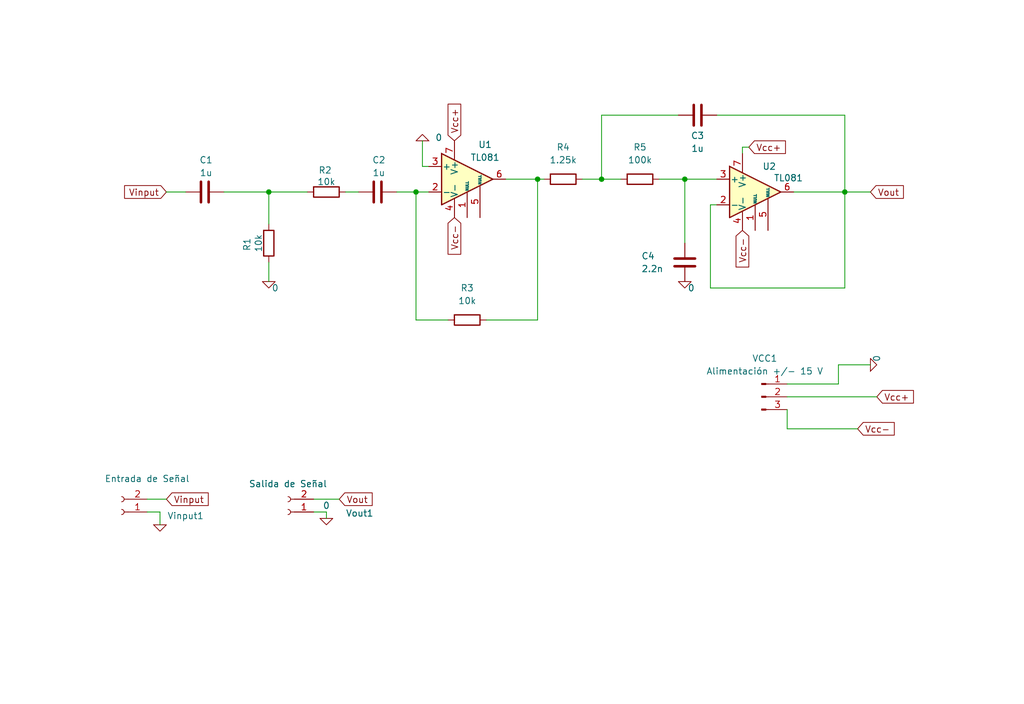
<source format=kicad_sch>
(kicad_sch (version 20231120) (generator "eeschema") (generator_version "8.0")
  (paper "User" 203.2 139.7)
  (title_block (title "Filtro Pasa Bandas") (date "24/02/2025") (company "FIUBA - Analisis de Circuitos ") (comment 1 "Lazo Sebastian Nahuel 106213"))
  (lib_symbols
    (symbol "Amplifier_Operational:TL081" (pin_names (offset 0.127))
      (property "Reference" "U" (at 0 6.35 0))
      (property "Value" "TL081" (at 0 3.81 0))
      (symbol "TL081_0_1"
        (polyline (pts (xy -5.08 5.08) (xy 5.08 0) (xy -5.08 -5.08) (xy -5.08 5.08)) (stroke (width 0.254)) (fill (type background)))
      )
      (symbol "TL081_1_1"
        (pin input line (at 0 -7.62 90) (length 5.08) (name "NULL") (number "1"))
        (pin input line (at -7.62 -2.54 0) (length 2.54) (name "-") (number "2"))
        (pin input line (at -7.62 2.54 0) (length 2.54) (name "+") (number "3"))
        (pin power_in line (at -2.54 -7.62 90) (length 3.81) (name "V-") (number "4"))
        (pin input line (at 2.54 -7.62 90) (length 6.35) (name "NULL") (number "5"))
        (pin output line (at 7.62 0 180) (length 2.54) (name "~") (number "6"))
        (pin power_in line (at -2.54 7.62 270) (length 3.81) (name "V+") (number "7"))
        (pin no_connect line (at 0 2.54 270) (length 2.54) hide (name "NC") (number "8"))
      )
    )
    (symbol "Connector:Conn_01x02_Female" (pin_names (offset 1.016) hide)
      (property "Reference" "J" (at 0 2.54 0))
      (property "Value" "Conn_01x02_Female" (at 0 -5.08 0))
      (symbol "Conn_01x02_Female_1_1"
        (arc (start 0 -2.032) (mid -0.5058 -2.54) (end 0 -3.048) (stroke (width 0.1524)))
        (polyline (pts (xy -1.27 -2.54) (xy -0.508 -2.54)) (stroke (width 0.1524)))
        (polyline (pts (xy -1.27 0) (xy -0.508 0)) (stroke (width 0.1524)))
        (arc (start 0 0.508) (mid -0.5058 0) (end 0 -0.508) (stroke (width 0.1524)))
        (pin passive line (at -5.08 0 0) (length 3.81) (name "Pin_1") (number "1"))
        (pin passive line (at -5.08 -2.54 0) (length 3.81) (name "Pin_2") (number "2"))
      )
    )
    (symbol "Connector:Conn_01x03_Pin" (pin_names (offset 1.016) hide)
      (property "Reference" "J" (at 0 5.08 0))
      (property "Value" "Conn_01x03_Pin" (at 0 -5.08 0))
      (symbol "Conn_01x03_Pin_1_1"
        (polyline (pts (xy 1.27 -2.54) (xy 0.8636 -2.54)) (stroke (width 0.1524)))
        (polyline (pts (xy 1.27 0) (xy 0.8636 0)) (stroke (width 0.1524)))
        (polyline (pts (xy 1.27 2.54) (xy 0.8636 2.54)) (stroke (width 0.1524)))
        (rectangle (start 0.8636 -2.413) (end 0 -2.667) (stroke (width 0.1524)) (fill (type outline)))
        (rectangle (start 0.8636 0.127) (end 0 -0.127) (stroke (width 0.1524)) (fill (type outline)))
        (rectangle (start 0.8636 2.667) (end 0 2.413) (stroke (width 0.1524)) (fill (type outline)))
        (pin passive line (at 5.08 2.54 180) (length 3.81) (name "Pin_1") (number "1"))
        (pin passive line (at 5.08 0 180) (length 3.81) (name "Pin_2") (number "2"))
        (pin passive line (at 5.08 -2.54 180) (length 3.81) (name "Pin_3") (number "3"))
      )
    )
    (symbol "Device:C" (pin_numbers hide) (pin_names (offset 0.254))
      (property "Reference" "C" (at 0.635 2.54 0))
      (property "Value" "C" (at 0.635 -2.54 0))
      (symbol "C_0_1"
        (polyline (pts (xy -2.032 -0.762) (xy 2.032 -0.762)) (stroke (width 0.508)))
        (polyline (pts (xy -2.032 0.762) (xy 2.032 0.762)) (stroke (width 0.508)))
      )
      (symbol "C_1_1"
        (pin passive line (at 0 3.81 270) (length 2.794) (name "~") (number "1"))
        (pin passive line (at 0 -3.81 90) (length 2.794) (name "~") (number "2"))
      )
    )
    (symbol "Device:R" (pin_numbers hide) (pin_names (offset 0))
      (property "Reference" "R" (at 2.032 0 90))
      (property "Value" "R" (at 0 0 90))
      (symbol "R_0_1"
        (rectangle (start -1.016 -2.54) (end 1.016 2.54) (stroke (width 0.254)))
      )
      (symbol "R_1_1"
        (pin passive line (at 0 3.81 270) (length 1.27) (name "~") (number "1"))
        (pin passive line (at 0 -3.81 90) (length 1.27) (name "~") (number "2"))
      )
    )
    (symbol "pspice:0" (power) (pin_names (offset 0))
      (property "Value" "0" (at 0 -1.778 0))
      (symbol "0_0_1"
        (polyline (pts (xy -1.27 0) (xy 0 -1.27) (xy 1.27 0) (xy -1.27 0)))
      )
      (symbol "0_1_1"
        (pin power_in line (at 0 0 0) (length 0) hide (name "0") (number "1"))
      )
    )
  )
  (junction (at 135.89 35.56))
  (junction (at 119.38 35.56))
  (junction (at 167.64 38.1))
  (junction (at 106.68 35.56))
  (junction (at 53.34 38.1))
  (junction (at 82.55 38.1))
  (wire (pts (xy 167.64 38.1) (xy 167.64 57.15)))
  (wire (pts (xy 167.64 38.1) (xy 172.72 38.1)))
  (wire (pts (xy 33.02 99.06) (xy 29.21 99.06)))
  (wire (pts (xy 53.34 38.1) (xy 60.96 38.1)))
  (wire (pts (xy 166.37 72.39) (xy 166.37 76.2)))
  (wire (pts (xy 134.62 22.86) (xy 119.38 22.86)))
  (wire (pts (xy 44.45 38.1) (xy 53.34 38.1)))
  (wire (pts (xy 166.37 76.2) (xy 156.21 76.2)))
  (wire (pts (xy 107.95 35.56) (xy 106.68 35.56)))
  (wire (pts (xy 119.38 22.86) (xy 119.38 35.56)))
  (wire (pts (xy 157.48 38.1) (xy 167.64 38.1)))
  (wire (pts (xy 106.68 63.5) (xy 106.68 35.56)))
  (wire (pts (xy 130.81 35.56) (xy 135.89 35.56)))
  (wire (pts (xy 115.57 35.56) (xy 119.38 35.56)))
  (wire (pts (xy 64.77 101.6) (xy 64.77 102.87)))
  (wire (pts (xy 147.32 29.21) (xy 148.59 29.21)))
  (wire (pts (xy 68.58 38.1) (xy 71.12 38.1)))
  (wire (pts (xy 156.21 78.74) (xy 173.99 78.74)))
  (wire (pts (xy 62.23 101.6) (xy 64.77 101.6)))
  (wire (pts (xy 83.82 33.02) (xy 85.09 33.02)))
  (wire (pts (xy 140.97 40.64) (xy 142.24 40.64)))
  (wire (pts (xy 147.32 29.21) (xy 147.32 30.48)))
  (wire (pts (xy 67.31 99.06) (xy 62.23 99.06)))
  (wire (pts (xy 166.37 72.39) (xy 172.72 72.39)))
  (wire (pts (xy 83.82 27.94) (xy 83.82 33.02)))
  (wire (pts (xy 140.97 57.15) (xy 167.64 57.15)))
  (wire (pts (xy 167.64 22.86) (xy 167.64 38.1)))
  (wire (pts (xy 156.21 85.09) (xy 156.21 81.28)))
  (wire (pts (xy 96.52 63.5) (xy 106.68 63.5)))
  (wire (pts (xy 135.89 35.56) (xy 142.24 35.56)))
  (wire (pts (xy 82.55 63.5) (xy 88.9 63.5)))
  (wire (pts (xy 33.02 38.1) (xy 36.83 38.1)))
  (wire (pts (xy 82.55 38.1) (xy 82.55 63.5)))
  (wire (pts (xy 82.55 38.1) (xy 85.09 38.1)))
  (wire (pts (xy 135.89 48.26) (xy 135.89 35.56)))
  (wire (pts (xy 142.24 22.86) (xy 167.64 22.86)))
  (wire (pts (xy 78.74 38.1) (xy 82.55 38.1)))
  (wire (pts (xy 100.33 35.56) (xy 106.68 35.56)))
  (wire (pts (xy 29.21 101.6) (xy 31.75 101.6)))
  (wire (pts (xy 31.75 101.6) (xy 31.75 104.14)))
  (wire (pts (xy 53.34 55.88) (xy 53.34 52.07)))
  (wire (pts (xy 53.34 38.1) (xy 53.34 44.45)))
  (wire (pts (xy 119.38 35.56) (xy 123.19 35.56)))
  (wire (pts (xy 156.21 85.09) (xy 170.18 85.09)))
  (wire (pts (xy 140.97 40.64) (xy 140.97 57.15)))
  (global_label "Vcc+" (shape input) (at 148.59 29.21 0) (property "Intersheetrefs" "${INTERSHEET_REFS}" (effects (hide yes))) (property "Referencias entre hojas" "${INTERSHEET_REFS}" (effects (hide yes))))
  (global_label "Vout" (shape input) (at 172.72 38.1 0) (property "Intersheetrefs" "${INTERSHEET_REFS}" (effects (hide yes))) (property "Referencias entre hojas" "${INTERSHEET_REFS}" (effects (hide yes))))
  (global_label "Vcc+" (shape input) (at 173.99 78.74 0) (property "Intersheetrefs" "${INTERSHEET_REFS}" (effects (hide yes))) (property "Referencias entre hojas" "${INTERSHEET_REFS}" (effects (hide yes))))
  (global_label "Vcc-" (shape input) (at 170.18 85.09 0) (property "Intersheetrefs" "${INTERSHEET_REFS}" (effects (hide yes))) (property "Referencias entre hojas" "${INTERSHEET_REFS}" (effects (hide yes))))
  (global_label "Vcc-" (shape input) (at 90.17 43.18 270) (property "Intersheetrefs" "${INTERSHEET_REFS}" (effects (hide yes))) (property "Referencias entre hojas" "${INTERSHEET_REFS}" (effects (hide yes))))
  (global_label "Vcc-" (shape input) (at 147.32 45.72 270) (property "Intersheetrefs" "${INTERSHEET_REFS}" (effects (hide yes))) (property "Referencias entre hojas" "${INTERSHEET_REFS}" (effects (hide yes))))
  (global_label "Vout" (shape input) (at 67.31 99.06 0) (property "Intersheetrefs" "${INTERSHEET_REFS}" (effects (hide yes))) (property "Referencias entre hojas" "${INTERSHEET_REFS}" (effects (hide yes))))
  (global_label "Vcc+" (shape input) (at 90.17 27.94 90) (property "Intersheetrefs" "${INTERSHEET_REFS}" (effects (hide yes))) (property "Referencias entre hojas" "${INTERSHEET_REFS}" (effects (hide yes))))
  (global_label "Vinput" (shape input) (at 33.02 38.1 180) (property "Intersheetrefs" "${INTERSHEET_REFS}" (effects (hide yes))) (property "Referencias entre hojas" "${INTERSHEET_REFS}" (effects (hide yes))))
  (global_label "Vinput" (shape input) (at 33.02 99.06 0) (property "Intersheetrefs" "${INTERSHEET_REFS}" (effects (hide yes))) (property "Referencias entre hojas" "${INTERSHEET_REFS}" (effects (hide yes))))
  (symbol (lib_id "Amplifier_Operational:TL081") (at 92.71 35.56 0) (unit 1)
    (property "Reference" "U1" (at 96.266 28.702 0))
    (property "Value" "TL081" (at 96.266 31.242 0))
    (property "Footprint" "Package_DIP:DIP-8_W7.62mm_Socket_LongPads" (effects (hide yes)))
    (property "Datasheet" "http://www.ti.com/lit/ds/symlink/tl081.pdf" (effects (hide yes)))
  )
  (symbol (lib_id "Device:C") (at 135.89 52.07 0) (unit 1)
    (property "Reference" "C4" (at 127.254 50.8 0) (effects (justify left)))
    (property "Value" "2.2n" (at 127.254 53.34 0) (effects (justify left)))
    (property "Footprint" "Propia:C320C" (effects (hide yes)))
  )
  (symbol (lib_id "Device:R") (at 64.77 38.1 90) (unit 1)
    (property "Reference" "R2" (at 64.516 33.782 90))
    (property "Value" "10k" (at 64.77 36.068 90))
    (property "Footprint" "Resistor_THT:R_Axial_DIN0207_L6.3mm_D2.5mm_P10.16mm_Horizontal" (effects (hide yes)))
  )
  (symbol (lib_id "Device:R") (at 92.71 63.5 90) (unit 1)
    (property "Reference" "R3" (at 92.71 57.15 90))
    (property "Value" "10k" (at 92.71 59.69 90))
    (property "Footprint" "Resistor_THT:R_Axial_DIN0207_L6.3mm_D2.5mm_P10.16mm_Horizontal" (effects (hide yes)))
  )
  (symbol (lib_id "Connector:Conn_01x02_Female") (at 24.13 101.6 180) (unit 1)
    (property "Reference" "Vinput1" (at 36.83 102.362 0))
    (property "Value" "Entrada de Señal" (at 29.21 94.996 0))
    (property "Footprint" "Connector_PinHeader_2.54mm:PinHeader_1x02_P2.54mm_Vertical" (effects (hide yes)))
  )
  (symbol (lib_id "Device:C") (at 74.93 38.1 270) (unit 1)
    (property "Reference" "C2" (at 75.184 31.75 90))
    (property "Value" "1u" (at 75.184 34.29 90))
    (property "Footprint" "Propia:C320C" (effects (hide yes)))
  )
  (symbol (lib_id "pspice:0") (at 31.75 104.14 0) (unit 1)
    (property "Reference" "#GND04" (effects (hide yes)))
    (property "Value" "0" (effects (hide yes)))
  )
  (symbol (lib_id "Device:R") (at 53.34 48.26 180) (unit 1)
    (property "Reference" "R1" (at 49.022 48.514 90))
    (property "Value" "10k" (at 51.308 48.26 90))
    (property "Footprint" "Resistor_THT:R_Axial_DIN0207_L6.3mm_D2.5mm_P10.16mm_Horizontal" (effects (hide yes)))
  )
  (symbol (lib_id "Device:C") (at 138.43 22.86 90) (unit 1)
    (property "Reference" "C3" (at 138.43 26.924 90))
    (property "Value" "1u" (at 138.43 29.464 90))
    (property "Footprint" "Propia:C320C" (effects (hide yes)))
  )
  (symbol (lib_id "pspice:0") (at 53.34 55.88 0) (unit 1)
    (property "Reference" "#GND05" (effects (hide yes)))
    (property "Value" "0" (at 54.61 57.15 0))
  )
  (symbol (lib_id "Device:R") (at 127 35.56 90) (unit 1)
    (property "Reference" "R5" (at 127 29.21 90))
    (property "Value" "100k" (at 127 31.75 90))
    (property "Footprint" "Resistor_THT:R_Axial_DIN0207_L6.3mm_D2.5mm_P10.16mm_Horizontal" (effects (hide yes)))
  )
  (symbol (lib_id "Device:R") (at 111.76 35.56 90) (unit 1)
    (property "Reference" "R4" (at 111.76 29.21 90))
    (property "Value" "1.25k" (at 111.76 31.75 90))
    (property "Footprint" "Resistor_THT:R_Axial_DIN0207_L6.3mm_D2.5mm_P10.16mm_Horizontal" (effects (hide yes)))
  )
  (symbol (lib_id "Connector:Conn_01x02_Female") (at 57.15 101.6 180) (unit 1)
    (property "Reference" "Vout1" (at 71.374 101.854 0))
    (property "Value" "Salida de Señal" (at 57.15 96.012 0))
    (property "Footprint" "Connector_PinHeader_2.54mm:PinHeader_1x02_P2.54mm_Vertical" (effects (hide yes)))
  )
  (symbol (lib_id "Amplifier_Operational:TL081") (at 149.86 38.1 0) (unit 1)
    (property "Reference" "U2" (at 152.654 33.02 0))
    (property "Value" "TL081" (at 156.464 35.306 0))
    (property "Footprint" "Package_DIP:DIP-8_W7.62mm_Socket_LongPads" (effects (hide yes)))
    (property "Datasheet" "http://www.ti.com/lit/ds/symlink/tl081.pdf" (effects (hide yes)))
  )
  (symbol (lib_id "pspice:0") (at 83.82 27.94 180) (unit 1)
    (property "Reference" "#GND02" (effects (hide yes)))
    (property "Value" "0" (at 86.36 27.3049 0) (effects (justify right)))
  )
  (symbol (lib_id "pspice:0") (at 64.77 102.87 0) (unit 1)
    (property "Reference" "#GND0108" (effects (hide yes)))
    (property "Value" "0" (at 64.77 100.33 0))
  )
  (symbol (lib_id "Device:C") (at 40.64 38.1 270) (unit 1)
    (property "Reference" "C1" (at 40.894 31.75 90))
    (property "Value" "1u" (at 40.894 34.29 90))
    (property "Footprint" "Propia:C320C" (effects (hide yes)))
  )
  (symbol (lib_id "Connector:Conn_01x03_Pin") (at 151.13 78.74 0) (unit 1)
    (property "Reference" "VCC1" (at 151.765 71.12 0))
    (property "Value" "Alimentación +/- 15 V" (at 151.765 73.66 0))
    (property "Footprint" "Connector_PinHeader_2.54mm:PinHeader_1x03_P2.54mm_Vertical" (effects (hide yes)))
    (property "Description" "Generic connector, single row, 01x03, script generated" (effects (hide yes)))
  )
  (symbol (lib_id "pspice:0") (at 172.72 72.39 90) (unit 1)
    (property "Reference" "#GND01" (effects (hide yes)))
    (property "Value" "0" (at 173.99 71.12 0))
  )
  (symbol (lib_id "pspice:0") (at 135.89 55.88 0) (unit 1)
    (property "Reference" "#GND0107" (effects (hide yes)))
    (property "Value" "0" (at 137.16 57.15 0))
  )
)
</source>
